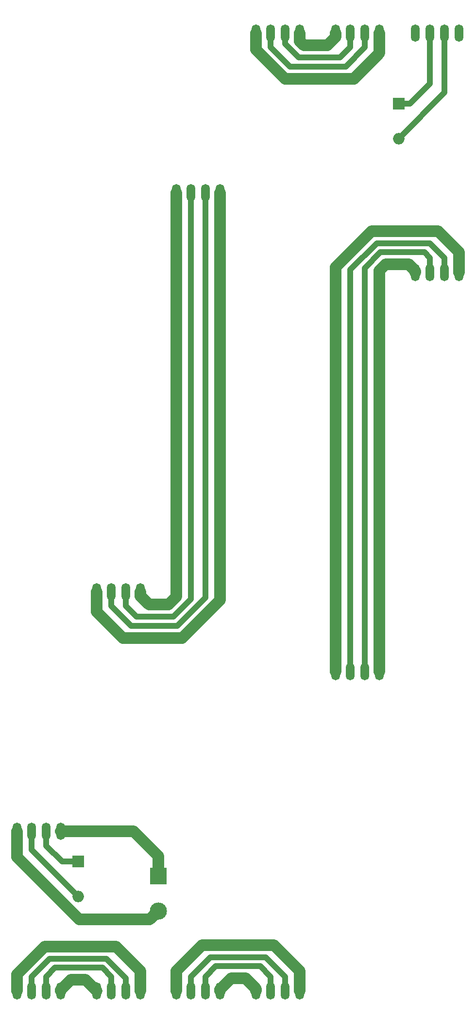
<source format=gbr>
G04 #@! TF.FileFunction,Copper,L2,Bot,Signal*
%FSLAX46Y46*%
G04 Gerber Fmt 4.6, Leading zero omitted, Abs format (unit mm)*
G04 Created by KiCad (PCBNEW 4.0.6) date Mon Jul 10 19:19:58 2017*
%MOMM*%
%LPD*%
G01*
G04 APERTURE LIST*
%ADD10C,0.100000*%
%ADD11O,1.524000X3.000000*%
%ADD12R,2.000000X2.000000*%
%ADD13O,2.000000X2.000000*%
%ADD14R,3.000000X3.000000*%
%ADD15O,3.000000X3.000000*%
%ADD16C,2.000000*%
%ADD17C,1.000000*%
G04 APERTURE END LIST*
D10*
D11*
X73952400Y-196158400D03*
X71412400Y-196158400D03*
X68872400Y-196158400D03*
X66332400Y-196158400D03*
X73952400Y-223936200D03*
X71412400Y-223936200D03*
X68872400Y-223936200D03*
X66332400Y-223936200D03*
X80221300Y-223936200D03*
X82761300Y-223936200D03*
X85301300Y-223936200D03*
X87841300Y-223936200D03*
X80221300Y-154491800D03*
X82761300Y-154491800D03*
X85301300Y-154491800D03*
X87841300Y-154491800D03*
X101730200Y-85047400D03*
X99190200Y-85047400D03*
X96650200Y-85047400D03*
X94110200Y-85047400D03*
X101730200Y-223936200D03*
X99190200Y-223936200D03*
X96650200Y-223936200D03*
X94110200Y-223936200D03*
X107999100Y-223936200D03*
X110539100Y-223936200D03*
X113079100Y-223936200D03*
X115619100Y-223936200D03*
X107999100Y-57269600D03*
X110539100Y-57269600D03*
X113079100Y-57269600D03*
X115619100Y-57269600D03*
X129508000Y-57269500D03*
X126968000Y-57269500D03*
X124428000Y-57269500D03*
X121888000Y-57269500D03*
X129508000Y-168380700D03*
X126968000Y-168380700D03*
X124428000Y-168380700D03*
X121888000Y-168380700D03*
X135776900Y-98936200D03*
X138316900Y-98936200D03*
X140856900Y-98936200D03*
X143396900Y-98936200D03*
X135776900Y-57269600D03*
X138316900Y-57269600D03*
X140856900Y-57269600D03*
X143396900Y-57269600D03*
D12*
X132842000Y-69596000D03*
D13*
X132842000Y-75628000D03*
D12*
X76962000Y-201422000D03*
D13*
X76962000Y-207454000D03*
D14*
X90932000Y-203962000D03*
D15*
X90932000Y-209994000D03*
D16*
X66332400Y-196158400D02*
X66332400Y-200672402D01*
X66332400Y-200672402D02*
X77153997Y-211493999D01*
X77153997Y-211493999D02*
X89432001Y-211493999D01*
X89432001Y-211493999D02*
X90932000Y-209994000D01*
X73952400Y-196158400D02*
X86628400Y-196158400D01*
X90932000Y-200462000D02*
X90932000Y-203962000D01*
X86628400Y-196158400D02*
X90932000Y-200462000D01*
X73952400Y-223936200D02*
X73952400Y-223735600D01*
X73952400Y-223735600D02*
X75692000Y-221996000D01*
X75692000Y-221996000D02*
X78281100Y-221996000D01*
X78281100Y-221996000D02*
X80221300Y-223936200D01*
D17*
X71412400Y-223936200D02*
X71412400Y-221436200D01*
X71412400Y-221436200D02*
X72952610Y-219895990D01*
X72952610Y-219895990D02*
X81221090Y-219895990D01*
X81221090Y-219895990D02*
X82761300Y-221436200D01*
X82761300Y-221436200D02*
X82761300Y-223936200D01*
X85301300Y-223936200D02*
X85301300Y-221713445D01*
X85301300Y-221713445D02*
X81883835Y-218295980D01*
X81883835Y-218295980D02*
X72012620Y-218295980D01*
X72012620Y-218295980D02*
X68872400Y-221436200D01*
X68872400Y-221436200D02*
X68872400Y-223936200D01*
D16*
X66332400Y-223936200D02*
X66332400Y-221006338D01*
X66332400Y-221006338D02*
X71142767Y-216195971D01*
X71142767Y-216195971D02*
X83601071Y-216195971D01*
X83601071Y-216195971D02*
X87841300Y-220436200D01*
X87841300Y-220436200D02*
X87841300Y-223936200D01*
X101730200Y-85047400D02*
X101730200Y-155900279D01*
X84747529Y-162518029D02*
X80221300Y-157991800D01*
X101730200Y-155900279D02*
X95112450Y-162518029D01*
X95112450Y-162518029D02*
X84747529Y-162518029D01*
X80221300Y-157991800D02*
X80221300Y-154491800D01*
D17*
X82761300Y-154491800D02*
X82761300Y-156991800D01*
X82761300Y-156991800D02*
X86187520Y-160418020D01*
X86187520Y-160418020D02*
X94242597Y-160418020D01*
X94242597Y-160418020D02*
X99190200Y-155470417D01*
X99190200Y-155470417D02*
X99190200Y-87547400D01*
X99190200Y-87547400D02*
X99190200Y-85047400D01*
X96650200Y-85047400D02*
X96650200Y-155747662D01*
X96650200Y-155747662D02*
X93579852Y-158818010D01*
X85301300Y-156991800D02*
X85301300Y-154491800D01*
X93579852Y-158818010D02*
X87127510Y-158818010D01*
X87127510Y-158818010D02*
X85301300Y-156991800D01*
D16*
X92710000Y-156718000D02*
X94110200Y-155317800D01*
X94110200Y-155317800D02*
X94110200Y-85047400D01*
X89329500Y-156718000D02*
X92710000Y-156718000D01*
X87841300Y-154491800D02*
X87841300Y-155229800D01*
X87841300Y-155229800D02*
X89329500Y-156718000D01*
X106172000Y-221742000D02*
X107999100Y-223569100D01*
X107999100Y-223569100D02*
X107999100Y-223936200D01*
X103632000Y-221742000D02*
X106172000Y-221742000D01*
X101730200Y-223643800D02*
X103632000Y-221742000D01*
X101730200Y-223936200D02*
X101730200Y-223643800D01*
D17*
X99190200Y-223936200D02*
X99190200Y-221436200D01*
X99190200Y-221436200D02*
X100984410Y-219641990D01*
X100984410Y-219641990D02*
X108744890Y-219641990D01*
X108744890Y-219641990D02*
X110539100Y-221436200D01*
X110539100Y-221436200D02*
X110539100Y-223936200D01*
X113079100Y-223936200D02*
X113079100Y-221436200D01*
X113079100Y-221436200D02*
X109684880Y-218041980D01*
X109684880Y-218041980D02*
X100044420Y-218041980D01*
X100044420Y-218041980D02*
X96650200Y-221436200D01*
X96650200Y-221436200D02*
X96650200Y-223936200D01*
D16*
X94110200Y-223936200D02*
X94110200Y-220436200D01*
X94110200Y-220436200D02*
X98604429Y-215941971D01*
X98604429Y-215941971D02*
X111124871Y-215941971D01*
X111124871Y-215941971D02*
X115619100Y-220436200D01*
X115619100Y-220436200D02*
X115619100Y-223936200D01*
X107999100Y-57269600D02*
X107999100Y-60199462D01*
X107999100Y-60199462D02*
X113035667Y-65236029D01*
X113035667Y-65236029D02*
X125041471Y-65236029D01*
X125041471Y-65236029D02*
X129508000Y-60769500D01*
X129508000Y-60769500D02*
X129508000Y-57269500D01*
D17*
X126968000Y-57269500D02*
X126968000Y-59769500D01*
X126968000Y-59769500D02*
X123601480Y-63136020D01*
X123601480Y-63136020D02*
X113905520Y-63136020D01*
X113905520Y-63136020D02*
X110539100Y-59769600D01*
X110539100Y-59769600D02*
X110539100Y-57269600D01*
X113079100Y-57269600D02*
X113079100Y-59152962D01*
X115462148Y-61536010D02*
X122661490Y-61536010D01*
X113079100Y-59152962D02*
X115462148Y-61536010D01*
X122661490Y-61536010D02*
X124428000Y-59769500D01*
X124428000Y-59769500D02*
X124428000Y-57269500D01*
D16*
X121888000Y-57269500D02*
X121888000Y-57944000D01*
X121888000Y-57944000D02*
X120396000Y-59436000D01*
X120396000Y-59436000D02*
X116332000Y-59436000D01*
X116332000Y-59436000D02*
X115619100Y-58723100D01*
X115619100Y-58723100D02*
X115619100Y-57269600D01*
X130556000Y-97536000D02*
X129508000Y-98584000D01*
X129508000Y-98584000D02*
X129508000Y-168380700D01*
X134620000Y-97536000D02*
X130556000Y-97536000D01*
X135776900Y-98692900D02*
X134620000Y-97536000D01*
X135776900Y-98936200D02*
X135776900Y-98692900D01*
D17*
X126968000Y-168380700D02*
X126968000Y-98154138D01*
X138316900Y-96436200D02*
X138316900Y-98936200D01*
X126968000Y-98154138D02*
X129686148Y-95435990D01*
X129686148Y-95435990D02*
X137316690Y-95435990D01*
X137316690Y-95435990D02*
X138316900Y-96436200D01*
X140856900Y-98936200D02*
X140856900Y-96436200D01*
X140856900Y-96436200D02*
X138256680Y-93835980D01*
X129023403Y-93835980D02*
X124428000Y-98431383D01*
X138256680Y-93835980D02*
X129023403Y-93835980D01*
X124428000Y-98431383D02*
X124428000Y-165880700D01*
X124428000Y-165880700D02*
X124428000Y-168380700D01*
D16*
X121888000Y-168380700D02*
X121888000Y-98001521D01*
X143396900Y-95436200D02*
X143396900Y-98936200D01*
X121888000Y-98001521D02*
X128153550Y-91735971D01*
X128153550Y-91735971D02*
X139696671Y-91735971D01*
X139696671Y-91735971D02*
X143396900Y-95436200D01*
D17*
X71412400Y-196158400D02*
X71412400Y-198658400D01*
X71412400Y-198658400D02*
X74176000Y-201422000D01*
X74176000Y-201422000D02*
X74962000Y-201422000D01*
X74962000Y-201422000D02*
X76962000Y-201422000D01*
X68872400Y-196158400D02*
X68872400Y-199364400D01*
X68872400Y-199364400D02*
X76962000Y-207454000D01*
X138316900Y-57269600D02*
X138316900Y-66121100D01*
X138316900Y-66121100D02*
X134842000Y-69596000D01*
X134842000Y-69596000D02*
X132842000Y-69596000D01*
X140856900Y-57269600D02*
X140856900Y-67613100D01*
X140856900Y-67613100D02*
X132842000Y-75628000D01*
M02*

</source>
